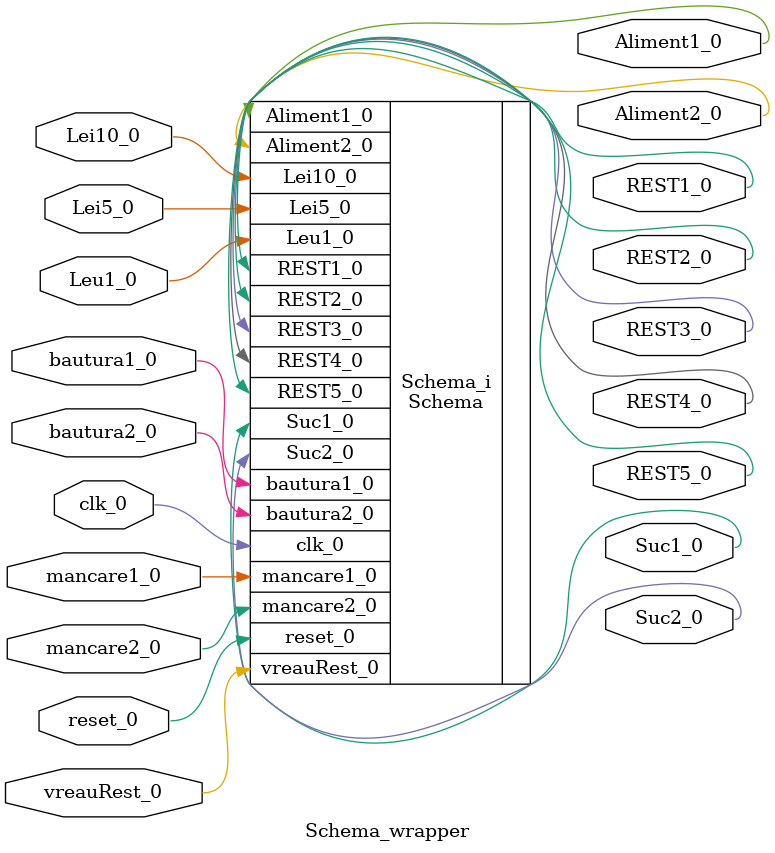
<source format=v>
`timescale 1 ps / 1 ps

module Schema_wrapper
   (Aliment1_0,
    Aliment2_0,
    Lei10_0,
    Lei5_0,
    Leu1_0,
    REST1_0,
    REST2_0,
    REST3_0,
    REST4_0,
    REST5_0,
    Suc1_0,
    Suc2_0,
    bautura1_0,
    bautura2_0,
    clk_0,
    mancare1_0,
    mancare2_0,
    reset_0,
    vreauRest_0);
  output Aliment1_0;
  output Aliment2_0;
  input Lei10_0;
  input Lei5_0;
  input Leu1_0;
  output REST1_0;
  output REST2_0;
  output REST3_0;
  output REST4_0;
  output REST5_0;
  output Suc1_0;
  output Suc2_0;
  input bautura1_0;
  input bautura2_0;
  input clk_0;
  input mancare1_0;
  input mancare2_0;
  input reset_0;
  input vreauRest_0;

  wire Aliment1_0;
  wire Aliment2_0;
  wire Lei10_0;
  wire Lei5_0;
  wire Leu1_0;
  wire REST1_0;
  wire REST2_0;
  wire REST3_0;
  wire REST4_0;
  wire REST5_0;
  wire Suc1_0;
  wire Suc2_0;
  wire bautura1_0;
  wire bautura2_0;
  wire clk_0;
  wire mancare1_0;
  wire mancare2_0;
  wire reset_0;
  wire vreauRest_0;

  Schema Schema_i
       (.Aliment1_0(Aliment1_0),
        .Aliment2_0(Aliment2_0),
        .Lei10_0(Lei10_0),
        .Lei5_0(Lei5_0),
        .Leu1_0(Leu1_0),
        .REST1_0(REST1_0),
        .REST2_0(REST2_0),
        .REST3_0(REST3_0),
        .REST4_0(REST4_0),
        .REST5_0(REST5_0),
        .Suc1_0(Suc1_0),
        .Suc2_0(Suc2_0),
        .bautura1_0(bautura1_0),
        .bautura2_0(bautura2_0),
        .clk_0(clk_0),
        .mancare1_0(mancare1_0),
        .mancare2_0(mancare2_0),
        .reset_0(reset_0),
        .vreauRest_0(vreauRest_0));
endmodule

</source>
